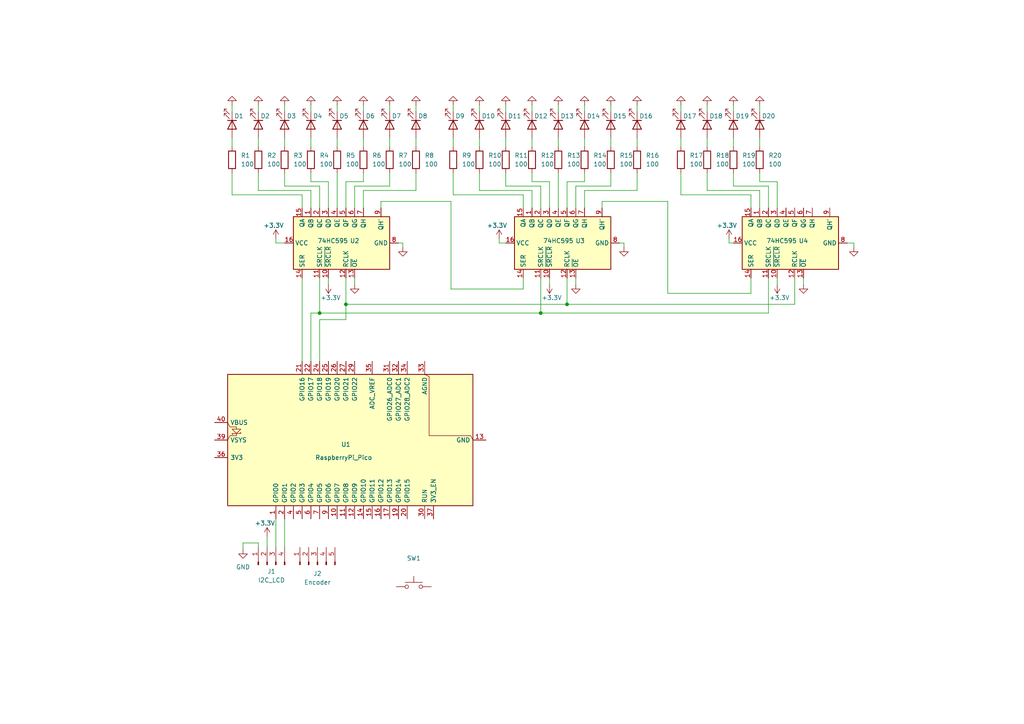
<source format=kicad_sch>
(kicad_sch (version 20230121) (generator eeschema)
  (paper "A4")
  (lib_symbols
    (symbol "74xx:74HC595"
      (property "Reference" "U" (at -7.62 13.97 0))
      (property "Value" "74HC595" (at -7.62 -16.51 0))
      (symbol "74HC595_1_0"
        (pin tri_state line (at 10.16 7.62 180) (length 2.54) (name "QB") (number "1"))
        (pin input line (at -10.16 2.54 0) (length 2.54) (name "~{SRCLR}") (number "10"))
        (pin input line (at -10.16 5.08 0) (length 2.54) (name "SRCLK") (number "11"))
        (pin input line (at -10.16 -2.54 0) (length 2.54) (name "RCLK") (number "12"))
        (pin input line (at -10.16 -5.08 0) (length 2.54) (name "~{OE}") (number "13"))
        (pin input line (at -10.16 10.16 0) (length 2.54) (name "SER") (number "14"))
        (pin tri_state line (at 10.16 10.16 180) (length 2.54) (name "QA") (number "15"))
        (pin power_in line (at 0 15.24 270) (length 2.54) (name "VCC") (number "16"))
        (pin tri_state line (at 10.16 5.08 180) (length 2.54) (name "QC") (number "2"))
        (pin tri_state line (at 10.16 2.54 180) (length 2.54) (name "QD") (number "3"))
        (pin tri_state line (at 10.16 0 180) (length 2.54) (name "QE") (number "4"))
        (pin tri_state line (at 10.16 -2.54 180) (length 2.54) (name "QF") (number "5"))
        (pin tri_state line (at 10.16 -5.08 180) (length 2.54) (name "QG") (number "6"))
        (pin tri_state line (at 10.16 -7.62 180) (length 2.54) (name "QH") (number "7"))
        (pin power_in line (at 0 -17.78 90) (length 2.54) (name "GND") (number "8"))
        (pin output line (at 10.16 -12.7 180) (length 2.54) (name "QH'") (number "9"))
      )
      (symbol "74HC595_1_1"
        (rectangle (start -7.62 12.7) (end 7.62 -15.24) (stroke (width 0.254)) (fill (type background)))
      )
    )
    (symbol "Connector:Conn_01x04_Pin" (pin_names (offset 1.016) hide)
      (property "Reference" "J" (at 0 5.08 0))
      (property "Value" "Conn_01x04_Pin" (at 0 -7.62 0))
      (symbol "Conn_01x04_Pin_1_1"
        (polyline (pts (xy 1.27 -5.08) (xy 0.8636 -5.08)) (stroke (width 0.1524)))
        (polyline (pts (xy 1.27 -2.54) (xy 0.8636 -2.54)) (stroke (width 0.1524)))
        (polyline (pts (xy 1.27 0) (xy 0.8636 0)) (stroke (width 0.1524)))
        (polyline (pts (xy 1.27 2.54) (xy 0.8636 2.54)) (stroke (width 0.1524)))
        (rectangle (start 0.8636 -4.953) (end 0 -5.207) (stroke (width 0.1524)) (fill (type outline)))
        (rectangle (start 0.8636 -2.413) (end 0 -2.667) (stroke (width 0.1524)) (fill (type outline)))
        (rectangle (start 0.8636 0.127) (end 0 -0.127) (stroke (width 0.1524)) (fill (type outline)))
        (rectangle (start 0.8636 2.667) (end 0 2.413) (stroke (width 0.1524)) (fill (type outline)))
        (pin passive line (at 5.08 2.54 180) (length 3.81) (name "Pin_1") (number "1"))
        (pin passive line (at 5.08 0 180) (length 3.81) (name "Pin_2") (number "2"))
        (pin passive line (at 5.08 -2.54 180) (length 3.81) (name "Pin_3") (number "3"))
        (pin passive line (at 5.08 -5.08 180) (length 3.81) (name "Pin_4") (number "4"))
      )
    )
    (symbol "Connector:Conn_01x05_Pin" (pin_names (offset 1.016) hide)
      (property "Reference" "J" (at 0 7.62 0))
      (property "Value" "Conn_01x05_Pin" (at 0 -7.62 0))
      (symbol "Conn_01x05_Pin_1_1"
        (polyline (pts (xy 1.27 -5.08) (xy 0.8636 -5.08)) (stroke (width 0.1524)))
        (polyline (pts (xy 1.27 -2.54) (xy 0.8636 -2.54)) (stroke (width 0.1524)))
        (polyline (pts (xy 1.27 0) (xy 0.8636 0)) (stroke (width 0.1524)))
        (polyline (pts (xy 1.27 2.54) (xy 0.8636 2.54)) (stroke (width 0.1524)))
        (polyline (pts (xy 1.27 5.08) (xy 0.8636 5.08)) (stroke (width 0.1524)))
        (rectangle (start 0.8636 -4.953) (end 0 -5.207) (stroke (width 0.1524)) (fill (type outline)))
        (rectangle (start 0.8636 -2.413) (end 0 -2.667) (stroke (width 0.1524)) (fill (type outline)))
        (rectangle (start 0.8636 0.127) (end 0 -0.127) (stroke (width 0.1524)) (fill (type outline)))
        (rectangle (start 0.8636 2.667) (end 0 2.413) (stroke (width 0.1524)) (fill (type outline)))
        (rectangle (start 0.8636 5.207) (end 0 4.953) (stroke (width 0.1524)) (fill (type outline)))
        (pin passive line (at 5.08 5.08 180) (length 3.81) (name "Pin_1") (number "1"))
        (pin passive line (at 5.08 2.54 180) (length 3.81) (name "Pin_2") (number "2"))
        (pin passive line (at 5.08 0 180) (length 3.81) (name "Pin_3") (number "3"))
        (pin passive line (at 5.08 -2.54 180) (length 3.81) (name "Pin_4") (number "4"))
        (pin passive line (at 5.08 -5.08 180) (length 3.81) (name "Pin_5") (number "5"))
      )
    )
    (symbol "Device:LED" (pin_numbers hide) (pin_names (offset 1.016) hide)
      (property "Reference" "D" (at 0 2.54 0))
      (property "Value" "LED" (at 0 -2.54 0))
      (symbol "LED_0_1"
        (polyline (pts (xy -1.27 -1.27) (xy -1.27 1.27)) (stroke (width 0.254)))
        (polyline (pts (xy -1.27 0) (xy 1.27 0)))
        (polyline (pts (xy 1.27 -1.27) (xy 1.27 1.27) (xy -1.27 0) (xy 1.27 -1.27)) (stroke (width 0.254)))
        (polyline (pts (xy -3.048 -0.762) (xy -4.572 -2.286) (xy -3.81 -2.286) (xy -4.572 -2.286) (xy -4.572 -1.524)))
        (polyline (pts (xy -1.778 -0.762) (xy -3.302 -2.286) (xy -2.54 -2.286) (xy -3.302 -2.286) (xy -3.302 -1.524)))
      )
      (symbol "LED_1_1"
        (pin passive line (at -3.81 0 0) (length 2.54) (name "K") (number "1"))
        (pin passive line (at 3.81 0 180) (length 2.54) (name "A") (number "2"))
      )
    )
    (symbol "Device:R" (pin_numbers hide) (pin_names (offset 0))
      (property "Reference" "R" (at 2.032 0 90))
      (property "Value" "R" (at 0 0 90))
      (symbol "R_0_1"
        (rectangle (start -1.016 -2.54) (end 1.016 2.54) (stroke (width 0.254)))
      )
      (symbol "R_1_1"
        (pin passive line (at 0 3.81 270) (length 1.27) (name "~") (number "1"))
        (pin passive line (at 0 -3.81 90) (length 1.27) (name "~") (number "2"))
      )
    )
    (symbol "Pico:RaspberryPi_Pico" (pin_names (offset 0.762))
      (property "Reference" "U" (at -19.05 38.1 0))
      (property "Value" "RaspberryPi_Pico" (at 7.62 38.1 0))
      (symbol "RaspberryPi_Pico_0_1"
        (rectangle (start -19.05 36.83) (end 19.05 -34.29) (stroke (width 0.254)) (fill (type background)))
        (polyline (pts (xy 0 36.83) (xy 1.27 36.195) (xy 1.27 34.29) (xy 1.905 34.29)))
        (polyline (pts (xy 1.905 34.29) (xy 3.175 35.56) (xy 3.175 33.02) (xy 1.905 34.29)))
        (polyline (pts (xy 5.08 36.83) (xy 3.81 36.195) (xy 3.81 34.29) (xy 3.175 34.29)))
        (polyline (pts (xy 0 -34.29) (xy 1.27 -33.655) (xy 1.27 -21.59) (xy 18.415 -21.59) (xy 19.05 -20.32)))
        (polyline (pts (xy 1.651 35.306) (xy 1.651 35.56) (xy 1.905 35.56) (xy 1.905 33.02) (xy 2.159 33.02) (xy 2.159 33.274)))
      )
      (symbol "RaspberryPi_Pico_1_1"
        (pin bidirectional line (at -22.86 22.86 0) (length 3.81) (name "GPIO0") (number "1"))
        (pin bidirectional line (at -22.86 5.08 0) (length 3.81) (name "GPIO7") (number "10"))
        (pin bidirectional line (at -22.86 2.54 0) (length 3.81) (name "GPIO8") (number "11"))
        (pin bidirectional line (at -22.86 0 0) (length 3.81) (name "GPIO9") (number "12"))
        (pin power_out line (at 0 -38.1 90) (length 3.81) (name "GND") (number "13"))
        (pin bidirectional line (at -22.86 -2.54 0) (length 3.81) (name "GPIO10") (number "14"))
        (pin bidirectional line (at -22.86 -5.08 0) (length 3.81) (name "GPIO11") (number "15"))
        (pin bidirectional line (at -22.86 -7.62 0) (length 3.81) (name "GPIO12") (number "16"))
        (pin bidirectional line (at -22.86 -10.16 0) (length 3.81) (name "GPIO13") (number "17"))
        (pin passive line (at 0 -38.1 90) (length 3.81) hide (name "GND") (number "18"))
        (pin bidirectional line (at -22.86 -12.7 0) (length 3.81) (name "GPIO14") (number "19"))
        (pin bidirectional line (at -22.86 20.32 0) (length 3.81) (name "GPIO1") (number "2"))
        (pin bidirectional line (at -22.86 -15.24 0) (length 3.81) (name "GPIO15") (number "20"))
        (pin bidirectional line (at 22.86 15.24 180) (length 3.81) (name "GPIO16") (number "21"))
        (pin bidirectional line (at 22.86 12.7 180) (length 3.81) (name "GPIO17") (number "22"))
        (pin passive line (at 0 -38.1 90) (length 3.81) hide (name "GND") (number "23"))
        (pin bidirectional line (at 22.86 10.16 180) (length 3.81) (name "GPIO18") (number "24"))
        (pin bidirectional line (at 22.86 7.62 180) (length 3.81) (name "GPIO19") (number "25"))
        (pin bidirectional line (at 22.86 5.08 180) (length 3.81) (name "GPIO20") (number "26"))
        (pin bidirectional line (at 22.86 2.54 180) (length 3.81) (name "GPIO21") (number "27"))
        (pin passive line (at 0 -38.1 90) (length 3.81) hide (name "GND") (number "28"))
        (pin bidirectional line (at 22.86 0 180) (length 3.81) (name "GPIO22") (number "29"))
        (pin passive line (at 0 -38.1 90) (length 3.81) hide (name "GND") (number "3"))
        (pin input line (at -22.86 -20.32 0) (length 3.81) (name "RUN") (number "30"))
        (pin bidirectional line (at 22.86 -10.16 180) (length 3.81) (name "GPIO26_ADC0") (number "31"))
        (pin bidirectional line (at 22.86 -12.7 180) (length 3.81) (name "GPIO27_ADC1") (number "32"))
        (pin power_in line (at 22.86 -20.32 180) (length 3.81) (name "AGND") (number "33"))
        (pin bidirectional line (at 22.86 -15.24 180) (length 3.81) (name "GPIO28_ADC2") (number "34"))
        (pin power_in line (at 22.86 -5.08 180) (length 3.81) (name "ADC_VREF") (number "35"))
        (pin power_out line (at -5.08 40.64 270) (length 3.81) (name "3V3") (number "36"))
        (pin input line (at -22.86 -22.86 0) (length 3.81) (name "3V3_EN") (number "37"))
        (pin passive line (at 0 -38.1 90) (length 3.81) hide (name "GND") (number "38"))
        (pin power_in line (at 0 40.64 270) (length 3.81) (name "VSYS") (number "39"))
        (pin bidirectional line (at -22.86 17.78 0) (length 3.81) (name "GPIO2") (number "4"))
        (pin power_out line (at 5.08 40.64 270) (length 3.81) (name "VBUS") (number "40"))
        (pin bidirectional line (at -22.86 15.24 0) (length 3.81) (name "GPIO3") (number "5"))
        (pin bidirectional line (at -22.86 12.7 0) (length 3.81) (name "GPIO4") (number "6"))
        (pin bidirectional line (at -22.86 10.16 0) (length 3.81) (name "GPIO5") (number "7"))
        (pin passive line (at 0 -38.1 90) (length 3.81) hide (name "GND") (number "8"))
        (pin bidirectional line (at -22.86 7.62 0) (length 3.81) (name "GPIO6") (number "9"))
      )
    )
    (symbol "Switch:SW_Push" (pin_numbers hide) (pin_names (offset 1.016) hide)
      (property "Reference" "SW" (at 1.27 2.54 0))
      (property "Value" "SW_Push" (at 0 -1.524 0))
      (symbol "SW_Push_0_1"
        (circle (center -2.032 0) (radius 0.508))
        (polyline (pts (xy 0 1.27) (xy 0 3.048)))
        (polyline (pts (xy 2.54 1.27) (xy -2.54 1.27)))
        (circle (center 2.032 0) (radius 0.508))
        (pin passive line (at -5.08 0 0) (length 2.54) (name "1") (number "1"))
        (pin passive line (at 5.08 0 180) (length 2.54) (name "2") (number "2"))
      )
    )
    (symbol "power:+3.3V" (power) (pin_names (offset 0))
      (property "Value" "+3.3V" (at 0 3.556 0))
      (symbol "+3.3V_0_1"
        (polyline (pts (xy -0.762 1.27) (xy 0 2.54)))
        (polyline (pts (xy 0 0) (xy 0 2.54)))
        (polyline (pts (xy 0 2.54) (xy 0.762 1.27)))
      )
      (symbol "+3.3V_1_1"
        (pin power_in line (at 0 0 90) (length 0) hide (name "+3.3V") (number "1"))
      )
    )
    (symbol "power:GND" (power) (pin_names (offset 0))
      (property "Value" "GND" (at 0 -3.81 0))
      (symbol "GND_0_1"
        (polyline (pts (xy 0 0) (xy 0 -1.27) (xy 1.27 -1.27) (xy 0 -2.54) (xy -1.27 -1.27) (xy 0 -1.27)))
      )
      (symbol "GND_1_1"
        (pin power_in line (at 0 0 270) (length 0) hide (name "GND") (number "1"))
      )
    )
  )
  (junction (at 100.33 88.265))
  (junction (at 164.465 88.265))
  (junction (at 92.71 90.805))
  (junction (at 156.845 90.805))
  (wire (pts (xy 225.425 80.645) (xy 225.425 82.55)))
  (wire (pts (xy 177.165 50.165) (xy 177.165 53.975)))
  (wire (pts (xy 113.03 50.165) (xy 113.03 53.975)))
  (wire (pts (xy 154.305 52.705) (xy 159.385 52.705)))
  (wire (pts (xy 205.105 40.005) (xy 205.105 42.545)))
  (wire (pts (xy 67.31 50.165) (xy 67.31 56.515)))
  (wire (pts (xy 184.785 50.165) (xy 184.785 55.245)))
  (wire (pts (xy 87.63 80.645) (xy 87.63 104.775)))
  (wire (pts (xy 90.17 104.775) (xy 90.17 90.805)))
  (wire (pts (xy 211.455 69.215) (xy 211.455 70.485)))
  (wire (pts (xy 95.25 80.645) (xy 95.25 82.55)))
  (wire (pts (xy 159.385 52.705) (xy 159.385 60.325)))
  (wire (pts (xy 197.485 50.165) (xy 197.485 56.515)))
  (wire (pts (xy 67.31 56.515) (xy 87.63 56.515)))
  (wire (pts (xy 177.165 53.975) (xy 167.005 53.975)))
  (wire (pts (xy 120.65 40.005) (xy 120.65 42.545)))
  (wire (pts (xy 92.71 53.975) (xy 92.71 60.325)))
  (wire (pts (xy 222.885 90.805) (xy 156.845 90.805)))
  (wire (pts (xy 154.305 40.005) (xy 154.305 42.545)))
  (wire (pts (xy 92.71 104.775) (xy 92.71 92.71)))
  (wire (pts (xy 169.545 30.48) (xy 169.545 32.385)))
  (wire (pts (xy 97.79 50.165) (xy 97.79 60.325)))
  (wire (pts (xy 220.345 50.165) (xy 220.345 52.705)))
  (wire (pts (xy 197.485 56.515) (xy 217.805 56.515)))
  (wire (pts (xy 205.105 55.245) (xy 220.345 55.245)))
  (wire (pts (xy 139.065 55.245) (xy 154.305 55.245)))
  (wire (pts (xy 184.785 30.48) (xy 184.785 32.385)))
  (wire (pts (xy 70.485 159.385) (xy 70.485 157.48)))
  (wire (pts (xy 139.065 40.005) (xy 139.065 42.545)))
  (wire (pts (xy 222.885 53.975) (xy 222.885 60.325)))
  (wire (pts (xy 92.71 92.71) (xy 100.33 92.71)))
  (wire (pts (xy 205.105 50.165) (xy 205.105 55.245)))
  (wire (pts (xy 212.725 30.48) (xy 212.725 32.385)))
  (wire (pts (xy 120.65 30.48) (xy 120.65 32.385)))
  (wire (pts (xy 120.65 55.245) (xy 105.41 55.245)))
  (wire (pts (xy 105.41 52.705) (xy 100.33 52.705)))
  (wire (pts (xy 92.71 90.805) (xy 156.845 90.805)))
  (wire (pts (xy 146.685 40.005) (xy 146.685 42.545)))
  (wire (pts (xy 100.33 92.71) (xy 100.33 88.265)))
  (wire (pts (xy 233.045 80.645) (xy 233.045 82.55)))
  (wire (pts (xy 82.55 40.005) (xy 82.55 42.545)))
  (wire (pts (xy 161.925 50.165) (xy 161.925 60.325)))
  (wire (pts (xy 102.87 80.645) (xy 102.87 82.55)))
  (wire (pts (xy 74.93 50.165) (xy 74.93 55.245)))
  (wire (pts (xy 212.725 40.005) (xy 212.725 42.545)))
  (wire (pts (xy 82.55 150.495) (xy 82.55 158.75)))
  (wire (pts (xy 74.93 157.48) (xy 74.93 158.75)))
  (wire (pts (xy 90.17 90.805) (xy 92.71 90.805)))
  (wire (pts (xy 92.71 80.645) (xy 92.71 90.805)))
  (wire (pts (xy 225.425 52.705) (xy 225.425 60.325)))
  (wire (pts (xy 184.785 40.005) (xy 184.785 42.545)))
  (wire (pts (xy 97.79 30.48) (xy 97.79 32.385)))
  (wire (pts (xy 70.485 157.48) (xy 74.93 157.48)))
  (wire (pts (xy 222.885 80.645) (xy 222.885 90.805)))
  (wire (pts (xy 156.845 53.975) (xy 156.845 60.325)))
  (wire (pts (xy 220.345 55.245) (xy 220.345 60.325)))
  (wire (pts (xy 167.005 80.645) (xy 167.005 82.55)))
  (wire (pts (xy 220.345 30.48) (xy 220.345 32.385)))
  (wire (pts (xy 87.63 56.515) (xy 87.63 60.325)))
  (wire (pts (xy 220.345 52.705) (xy 225.425 52.705)))
  (wire (pts (xy 90.17 55.245) (xy 90.17 60.325)))
  (wire (pts (xy 67.31 30.48) (xy 67.31 32.385)))
  (wire (pts (xy 164.465 88.265) (xy 164.465 80.645)))
  (wire (pts (xy 212.725 53.975) (xy 222.885 53.975)))
  (wire (pts (xy 130.81 58.42) (xy 130.81 83.82)))
  (wire (pts (xy 74.93 55.245) (xy 90.17 55.245)))
  (wire (pts (xy 177.165 40.005) (xy 177.165 42.545)))
  (wire (pts (xy 230.505 80.645) (xy 230.505 88.265)))
  (wire (pts (xy 130.81 83.82) (xy 151.765 83.82)))
  (wire (pts (xy 205.105 30.48) (xy 205.105 32.385)))
  (wire (pts (xy 100.33 80.645) (xy 100.33 88.265)))
  (wire (pts (xy 154.305 30.48) (xy 154.305 32.385)))
  (wire (pts (xy 154.305 50.165) (xy 154.305 52.705)))
  (wire (pts (xy 174.625 60.325) (xy 174.625 58.42)))
  (wire (pts (xy 197.485 40.005) (xy 197.485 42.545)))
  (wire (pts (xy 169.545 40.005) (xy 169.545 42.545)))
  (wire (pts (xy 113.03 40.005) (xy 113.03 42.545)))
  (wire (pts (xy 105.41 55.245) (xy 105.41 60.325)))
  (wire (pts (xy 212.725 50.165) (xy 212.725 53.975)))
  (wire (pts (xy 167.005 53.975) (xy 167.005 60.325)))
  (wire (pts (xy 161.925 40.005) (xy 161.925 42.545)))
  (wire (pts (xy 247.65 70.485) (xy 247.65 71.755)))
  (wire (pts (xy 110.49 60.325) (xy 110.49 58.42)))
  (wire (pts (xy 74.93 40.005) (xy 74.93 42.545)))
  (wire (pts (xy 105.41 40.005) (xy 105.41 42.545)))
  (wire (pts (xy 115.57 70.485) (xy 116.84 70.485)))
  (wire (pts (xy 113.03 53.975) (xy 102.87 53.975)))
  (wire (pts (xy 113.03 30.48) (xy 113.03 32.385)))
  (wire (pts (xy 80.01 69.215) (xy 80.01 70.485)))
  (wire (pts (xy 146.685 53.975) (xy 156.845 53.975)))
  (wire (pts (xy 245.745 70.485) (xy 247.65 70.485)))
  (wire (pts (xy 139.065 50.165) (xy 139.065 55.245)))
  (wire (pts (xy 174.625 58.42) (xy 193.675 58.42)))
  (wire (pts (xy 211.455 70.485) (xy 212.725 70.485)))
  (wire (pts (xy 156.845 90.805) (xy 156.845 80.645)))
  (wire (pts (xy 230.505 88.265) (xy 164.465 88.265)))
  (wire (pts (xy 154.305 55.245) (xy 154.305 60.325)))
  (wire (pts (xy 82.55 53.975) (xy 92.71 53.975)))
  (wire (pts (xy 164.465 52.705) (xy 164.465 60.325)))
  (wire (pts (xy 97.79 40.005) (xy 97.79 42.545)))
  (wire (pts (xy 146.685 50.165) (xy 146.685 53.975)))
  (wire (pts (xy 90.17 50.165) (xy 90.17 52.705)))
  (wire (pts (xy 217.805 85.09) (xy 217.805 80.645)))
  (wire (pts (xy 151.765 83.82) (xy 151.765 80.645)))
  (wire (pts (xy 161.925 30.48) (xy 161.925 32.385)))
  (wire (pts (xy 179.705 70.485) (xy 180.975 70.485)))
  (wire (pts (xy 90.17 52.705) (xy 95.25 52.705)))
  (wire (pts (xy 184.785 55.245) (xy 169.545 55.245)))
  (wire (pts (xy 77.47 155.575) (xy 77.47 158.75)))
  (wire (pts (xy 105.41 30.48) (xy 105.41 32.385)))
  (wire (pts (xy 144.78 69.215) (xy 144.78 70.485)))
  (wire (pts (xy 159.385 80.645) (xy 159.385 82.55)))
  (wire (pts (xy 131.445 30.48) (xy 131.445 32.385)))
  (wire (pts (xy 95.25 52.705) (xy 95.25 60.325)))
  (wire (pts (xy 197.485 30.48) (xy 197.485 32.385)))
  (wire (pts (xy 100.33 88.265) (xy 164.465 88.265)))
  (wire (pts (xy 144.78 70.485) (xy 146.685 70.485)))
  (wire (pts (xy 116.84 70.485) (xy 116.84 71.755)))
  (wire (pts (xy 193.675 85.09) (xy 217.805 85.09)))
  (wire (pts (xy 100.33 52.705) (xy 100.33 60.325)))
  (wire (pts (xy 180.975 70.485) (xy 180.975 71.755)))
  (wire (pts (xy 146.685 30.48) (xy 146.685 32.385)))
  (wire (pts (xy 80.01 150.495) (xy 80.01 158.75)))
  (wire (pts (xy 131.445 50.165) (xy 131.445 56.515)))
  (wire (pts (xy 193.675 58.42) (xy 193.675 85.09)))
  (wire (pts (xy 169.545 50.165) (xy 169.545 52.705)))
  (wire (pts (xy 177.165 30.48) (xy 177.165 32.385)))
  (wire (pts (xy 120.65 50.165) (xy 120.65 55.245)))
  (wire (pts (xy 217.805 56.515) (xy 217.805 60.325)))
  (wire (pts (xy 80.01 70.485) (xy 82.55 70.485)))
  (wire (pts (xy 139.065 30.48) (xy 139.065 32.385)))
  (wire (pts (xy 82.55 50.165) (xy 82.55 53.975)))
  (wire (pts (xy 102.87 53.975) (xy 102.87 60.325)))
  (wire (pts (xy 220.345 40.005) (xy 220.345 42.545)))
  (wire (pts (xy 131.445 40.005) (xy 131.445 42.545)))
  (wire (pts (xy 131.445 56.515) (xy 151.765 56.515)))
  (wire (pts (xy 90.17 40.005) (xy 90.17 42.545)))
  (wire (pts (xy 67.31 40.005) (xy 67.31 42.545)))
  (wire (pts (xy 82.55 30.48) (xy 82.55 32.385)))
  (wire (pts (xy 169.545 55.245) (xy 169.545 60.325)))
  (wire (pts (xy 105.41 50.165) (xy 105.41 52.705)))
  (wire (pts (xy 110.49 58.42) (xy 130.81 58.42)))
  (wire (pts (xy 74.93 30.48) (xy 74.93 32.385)))
  (wire (pts (xy 169.545 52.705) (xy 164.465 52.705)))
  (wire (pts (xy 90.17 30.48) (xy 90.17 32.385)))
  (wire (pts (xy 151.765 56.515) (xy 151.765 60.325)))
  (symbol (lib_id "Device:R") (at 154.305 46.355 0) (unit 1)
    (property "Reference" "R12" (at 156.845 45.085 0) (effects (justify left)))
    (property "Value" "100" (at 156.845 47.625 0) (effects (justify left)))
  )
  (symbol (lib_id "power:+3.3V") (at 144.78 69.215 0) (unit 1)
    (property "Reference" "#PWR027" (effects hide))
    (property "Value" "+3.3V" (at 144.145 65.405 0))
  )
  (symbol (lib_id "power:GND") (at 169.545 30.48 180) (unit 1)
    (property "Reference" "#PWR016" (effects hide))
    (property "Value" "GND" (effects hide))
  )
  (symbol (lib_id "Device:LED") (at 113.03 36.195 270) (unit 1)
    (property "Reference" "D7" (at 113.665 33.655 90) (effects (justify left)))
    (property "Value" "LED" (effects hide))
  )
  (symbol (lib_id "power:GND") (at 184.785 30.48 180) (unit 1)
    (property "Reference" "#PWR018" (effects hide))
    (property "Value" "GND" (effects hide))
  )
  (symbol (lib_id "power:+3.3V") (at 80.01 69.215 0) (unit 1)
    (property "Reference" "#PWR026" (effects hide))
    (property "Value" "+3.3V" (at 79.375 65.405 0))
  )
  (symbol (lib_id "Connector:Conn_01x04_Pin") (at 77.47 163.83 90) (unit 1)
    (property "Reference" "J1" (at 78.74 165.735 90))
    (property "Value" "I2C_LCD" (at 78.74 168.275 90))
  )
  (symbol (lib_id "74xx:74HC595") (at 97.79 70.485 90) (unit 1)
    (property "Reference" "U2" (at 102.87 69.85 90))
    (property "Value" "74HC595" (at 96.52 69.85 90))
    (property "Footprint" "Package_SO:SOIC-16_3.9x9.9mm_P1.27mm" (effects hide))
    (property "Datasheet" "http://www.ti.com/lit/ds/symlink/sn74hc595.pdf" (effects hide))
  )
  (symbol (lib_id "power:+3.3V") (at 211.455 69.215 0) (unit 1)
    (property "Reference" "#PWR028" (effects hide))
    (property "Value" "+3.3V" (at 210.82 65.405 0))
  )
  (symbol (lib_id "Device:LED") (at 74.93 36.195 270) (unit 1)
    (property "Reference" "D2" (at 75.565 33.655 90) (effects (justify left)))
    (property "Value" "LED" (effects hide))
  )
  (symbol (lib_id "power:GND") (at 197.485 30.48 180) (unit 1)
    (property "Reference" "#PWR019" (effects hide))
    (property "Value" "GND" (effects hide))
  )
  (symbol (lib_id "Device:LED") (at 105.41 36.195 270) (unit 1)
    (property "Reference" "D6" (at 106.045 33.655 90) (effects (justify left)))
    (property "Value" "LED" (effects hide))
  )
  (symbol (lib_id "Device:LED") (at 67.31 36.195 270) (unit 1)
    (property "Reference" "D1" (at 67.945 33.655 90) (effects (justify left)))
    (property "Value" "LED" (effects hide))
  )
  (symbol (lib_id "Device:LED") (at 212.725 36.195 270) (unit 1)
    (property "Reference" "D19" (at 213.36 33.655 90) (effects (justify left)))
    (property "Value" "LED" (effects hide))
  )
  (symbol (lib_id "power:+3.3V") (at 77.47 155.575 0) (unit 1)
    (property "Reference" "#PWR02" (effects hide))
    (property "Value" "+3.3V" (at 76.835 151.765 0))
  )
  (symbol (lib_id "Device:LED") (at 97.79 36.195 270) (unit 1)
    (property "Reference" "D5" (at 98.425 33.655 90) (effects (justify left)))
    (property "Value" "LED" (effects hide))
  )
  (symbol (lib_id "Device:R") (at 197.485 46.355 0) (unit 1)
    (property "Reference" "R17" (at 200.025 45.085 0) (effects (justify left)))
    (property "Value" "100" (at 200.025 47.625 0) (effects (justify left)))
  )
  (symbol (lib_id "Device:LED") (at 90.17 36.195 270) (unit 1)
    (property "Reference" "D4" (at 90.805 33.655 90) (effects (justify left)))
    (property "Value" "LED" (effects hide))
  )
  (symbol (lib_id "Device:R") (at 184.785 46.355 0) (unit 1)
    (property "Reference" "R16" (at 187.325 45.085 0) (effects (justify left)))
    (property "Value" "100" (at 187.325 47.625 0) (effects (justify left)))
  )
  (symbol (lib_id "power:GND") (at 177.165 30.48 180) (unit 1)
    (property "Reference" "#PWR017" (effects hide))
    (property "Value" "GND" (effects hide))
  )
  (symbol (lib_id "Device:R") (at 220.345 46.355 0) (unit 1)
    (property "Reference" "R20" (at 222.885 45.085 0) (effects (justify left)))
    (property "Value" "100" (at 222.885 47.625 0) (effects (justify left)))
  )
  (symbol (lib_id "Device:LED") (at 220.345 36.195 270) (unit 1)
    (property "Reference" "D20" (at 220.98 33.655 90) (effects (justify left)))
    (property "Value" "LED" (effects hide))
  )
  (symbol (lib_id "74xx:74HC595") (at 161.925 70.485 90) (unit 1)
    (property "Reference" "U3" (at 168.275 69.85 90))
    (property "Value" "74HC595" (at 161.925 69.85 90))
    (property "Footprint" "Package_SO:SOIC-16_3.9x9.9mm_P1.27mm" (effects hide))
    (property "Datasheet" "http://www.ti.com/lit/ds/symlink/sn74hc595.pdf" (effects hide))
  )
  (symbol (lib_id "Device:R") (at 97.79 46.355 0) (unit 1)
    (property "Reference" "R5" (at 100.33 45.085 0) (effects (justify left)))
    (property "Value" "100" (at 100.33 47.625 0) (effects (justify left)))
  )
  (symbol (lib_id "power:GND") (at 247.65 71.755 0) (unit 1)
    (property "Reference" "#PWR025" (effects hide))
    (property "Value" "GND" (effects hide))
  )
  (symbol (lib_id "Switch:SW_Push") (at 120.015 170.18 0) (unit 1)
    (property "Reference" "SW1" (at 120.015 161.925 0))
    (property "Value" "SW_Push" (effects hide))
    (property "Footprint" "Button_Switch_SMD:SW_MEC_5GSH9" (effects hide))
  )
  (symbol (lib_id "power:GND") (at 212.725 30.48 180) (unit 1)
    (property "Reference" "#PWR021" (effects hide))
    (property "Value" "GND" (effects hide))
  )
  (symbol (lib_id "power:GND") (at 105.41 30.48 180) (unit 1)
    (property "Reference" "#PWR08" (effects hide))
    (property "Value" "GND" (effects hide))
  )
  (symbol (lib_id "power:GND") (at 67.31 30.48 180) (unit 1)
    (property "Reference" "#PWR03" (effects hide))
    (property "Value" "GND" (effects hide))
  )
  (symbol (lib_id "Device:R") (at 169.545 46.355 0) (unit 1)
    (property "Reference" "R14" (at 172.085 45.085 0) (effects (justify left)))
    (property "Value" "100" (at 172.085 47.625 0) (effects (justify left)))
  )
  (symbol (lib_id "Device:LED") (at 169.545 36.195 270) (unit 1)
    (property "Reference" "D14" (at 170.18 33.655 90) (effects (justify left)))
    (property "Value" "LED" (effects hide))
  )
  (symbol (lib_id "Device:R") (at 146.685 46.355 0) (unit 1)
    (property "Reference" "R11" (at 149.225 45.085 0) (effects (justify left)))
    (property "Value" "100" (at 149.225 47.625 0) (effects (justify left)))
  )
  (symbol (lib_id "power:GND") (at 161.925 30.48 180) (unit 1)
    (property "Reference" "#PWR015" (effects hide))
    (property "Value" "GND" (effects hide))
  )
  (symbol (lib_id "Device:LED") (at 154.305 36.195 270) (unit 1)
    (property "Reference" "D12" (at 154.94 33.655 90) (effects (justify left)))
    (property "Value" "LED" (effects hide))
  )
  (symbol (lib_id "Device:R") (at 74.93 46.355 0) (unit 1)
    (property "Reference" "R2" (at 77.47 45.085 0) (effects (justify left)))
    (property "Value" "100" (at 77.47 47.625 0) (effects (justify left)))
  )
  (symbol (lib_id "power:GND") (at 74.93 30.48 180) (unit 1)
    (property "Reference" "#PWR04" (effects hide))
    (property "Value" "GND" (effects hide))
  )
  (symbol (lib_id "Device:LED") (at 82.55 36.195 270) (unit 1)
    (property "Reference" "D3" (at 83.185 33.655 90) (effects (justify left)))
    (property "Value" "LED" (effects hide))
  )
  (symbol (lib_id "Device:LED") (at 139.065 36.195 270) (unit 1)
    (property "Reference" "D10" (at 139.7 33.655 90) (effects (justify left)))
    (property "Value" "LED" (effects hide))
  )
  (symbol (lib_id "power:GND") (at 167.005 82.55 0) (unit 1)
    (property "Reference" "#PWR030" (effects hide))
    (property "Value" "GND" (effects hide))
  )
  (symbol (lib_id "Device:LED") (at 131.445 36.195 270) (unit 1)
    (property "Reference" "D9" (at 132.08 33.655 90) (effects (justify left)))
    (property "Value" "LED" (effects hide))
  )
  (symbol (lib_id "Device:LED") (at 205.105 36.195 270) (unit 1)
    (property "Reference" "D18" (at 205.74 33.655 90) (effects (justify left)))
    (property "Value" "LED" (effects hide))
  )
  (symbol (lib_id "power:+3.3V") (at 159.385 82.55 180) (unit 1)
    (property "Reference" "#PWR033" (effects hide))
    (property "Value" "+3.3V" (at 160.02 86.36 0))
  )
  (symbol (lib_id "74xx:74HC595") (at 227.965 70.485 90) (unit 1)
    (property "Reference" "U4" (at 233.045 69.85 90))
    (property "Value" "74HC595" (at 226.695 69.85 90))
    (property "Footprint" "Package_SO:SOIC-16_3.9x9.9mm_P1.27mm" (effects hide))
    (property "Datasheet" "http://www.ti.com/lit/ds/symlink/sn74hc595.pdf" (effects hide))
  )
  (symbol (lib_id "power:GND") (at 146.685 30.48 180) (unit 1)
    (property "Reference" "#PWR013" (effects hide))
    (property "Value" "GND" (effects hide))
  )
  (symbol (lib_id "power:GND") (at 220.345 30.48 180) (unit 1)
    (property "Reference" "#PWR022" (effects hide))
    (property "Value" "GND" (effects hide))
  )
  (symbol (lib_id "power:+3.3V") (at 225.425 82.55 180) (unit 1)
    (property "Reference" "#PWR034" (effects hide))
    (property "Value" "+3.3V" (at 226.06 86.36 0))
  )
  (symbol (lib_id "Pico:RaspberryPi_Pico") (at 102.87 127.635 90) (unit 1)
    (property "Reference" "U1" (at 100.33 128.905 90))
    (property "Value" "RaspberryPi_Pico" (at 99.695 132.715 90))
    (property "Footprint" "Module_RaspberryPi_Pico:RaspberryPi_Pico_Common" (effects hide))
    (property "Datasheet" "https://datasheets.raspberrypi.com/pico/pico-datasheet.pdf" (effects hide))
  )
  (symbol (lib_id "power:+3.3V") (at 95.25 82.55 180) (unit 1)
    (property "Reference" "#PWR032" (effects hide))
    (property "Value" "+3.3V" (at 95.885 86.36 0))
  )
  (symbol (lib_id "power:GND") (at 82.55 30.48 180) (unit 1)
    (property "Reference" "#PWR05" (effects hide))
    (property "Value" "GND" (effects hide))
  )
  (symbol (lib_id "power:GND") (at 102.87 82.55 0) (unit 1)
    (property "Reference" "#PWR029" (effects hide))
    (property "Value" "GND" (effects hide))
  )
  (symbol (lib_id "Device:LED") (at 161.925 36.195 270) (unit 1)
    (property "Reference" "D13" (at 162.56 33.655 90) (effects (justify left)))
    (property "Value" "LED" (effects hide))
  )
  (symbol (lib_id "Device:R") (at 67.31 46.355 0) (unit 1)
    (property "Reference" "R1" (at 69.85 45.085 0) (effects (justify left)))
    (property "Value" "100" (at 69.85 47.625 0) (effects (justify left)))
  )
  (symbol (lib_id "power:GND") (at 97.79 30.48 180) (unit 1)
    (property "Reference" "#PWR07" (effects hide))
    (property "Value" "GND" (effects hide))
  )
  (symbol (lib_id "power:GND") (at 70.485 159.385 0) (unit 1)
    (property "Reference" "#PWR01" (effects hide))
    (property "Value" "GND" (at 70.485 164.465 0))
  )
  (symbol (lib_id "Device:R") (at 212.725 46.355 0) (unit 1)
    (property "Reference" "R19" (at 215.265 45.085 0) (effects (justify left)))
    (property "Value" "100" (at 215.265 47.625 0) (effects (justify left)))
  )
  (symbol (lib_id "power:GND") (at 180.975 71.755 0) (unit 1)
    (property "Reference" "#PWR024" (effects hide))
    (property "Value" "GND" (effects hide))
  )
  (symbol (lib_id "power:GND") (at 154.305 30.48 180) (unit 1)
    (property "Reference" "#PWR014" (effects hide))
    (property "Value" "GND" (effects hide))
  )
  (symbol (lib_id "Device:R") (at 113.03 46.355 0) (unit 1)
    (property "Reference" "R7" (at 115.57 45.085 0) (effects (justify left)))
    (property "Value" "100" (at 115.57 47.625 0) (effects (justify left)))
  )
  (symbol (lib_id "Device:R") (at 205.105 46.355 0) (unit 1)
    (property "Reference" "R18" (at 207.645 45.085 0) (effects (justify left)))
    (property "Value" "100" (at 207.645 47.625 0) (effects (justify left)))
  )
  (symbol (lib_id "Device:LED") (at 146.685 36.195 270) (unit 1)
    (property "Reference" "D11" (at 147.32 33.655 90) (effects (justify left)))
    (property "Value" "LED" (effects hide))
  )
  (symbol (lib_id "power:GND") (at 113.03 30.48 180) (unit 1)
    (property "Reference" "#PWR09" (effects hide))
    (property "Value" "GND" (effects hide))
  )
  (symbol (lib_id "power:GND") (at 131.445 30.48 180) (unit 1)
    (property "Reference" "#PWR011" (effects hide))
    (property "Value" "GND" (effects hide))
  )
  (symbol (lib_id "Device:LED") (at 184.785 36.195 270) (unit 1)
    (property "Reference" "D16" (at 185.42 33.655 90) (effects (justify left)))
    (property "Value" "LED" (effects hide))
  )
  (symbol (lib_id "Device:LED") (at 197.485 36.195 270) (unit 1)
    (property "Reference" "D17" (at 198.12 33.655 90) (effects (justify left)))
    (property "Value" "LED" (effects hide))
  )
  (symbol (lib_id "Device:R") (at 82.55 46.355 0) (unit 1)
    (property "Reference" "R3" (at 85.09 45.085 0) (effects (justify left)))
    (property "Value" "100" (at 85.09 47.625 0) (effects (justify left)))
  )
  (symbol (lib_id "Connector:Conn_01x05_Pin") (at 92.075 163.83 90) (unit 1)
    (property "Reference" "J2" (at 92.075 166.37 90))
    (property "Value" "Encoder" (at 92.075 168.91 90))
  )
  (symbol (lib_id "power:GND") (at 116.84 71.755 0) (unit 1)
    (property "Reference" "#PWR023" (effects hide))
    (property "Value" "GND" (effects hide))
  )
  (symbol (lib_id "power:GND") (at 139.065 30.48 180) (unit 1)
    (property "Reference" "#PWR012" (effects hide))
    (property "Value" "GND" (effects hide))
  )
  (symbol (lib_id "Device:R") (at 90.17 46.355 0) (unit 1)
    (property "Reference" "R4" (at 92.71 45.085 0) (effects (justify left)))
    (property "Value" "100" (at 92.71 47.625 0) (effects (justify left)))
  )
  (symbol (lib_id "power:GND") (at 90.17 30.48 180) (unit 1)
    (property "Reference" "#PWR06" (effects hide))
    (property "Value" "GND" (effects hide))
  )
  (symbol (lib_id "Device:R") (at 120.65 46.355 0) (unit 1)
    (property "Reference" "R8" (at 123.19 45.085 0) (effects (justify left)))
    (property "Value" "100" (at 123.19 47.625 0) (effects (justify left)))
  )
  (symbol (lib_id "Device:R") (at 139.065 46.355 0) (unit 1)
    (property "Reference" "R10" (at 141.605 45.085 0) (effects (justify left)))
    (property "Value" "100" (at 141.605 47.625 0) (effects (justify left)))
  )
  (symbol (lib_id "power:GND") (at 205.105 30.48 180) (unit 1)
    (property "Reference" "#PWR020" (effects hide))
    (property "Value" "GND" (effects hide))
  )
  (symbol (lib_id "Device:LED") (at 120.65 36.195 270) (unit 1)
    (property "Reference" "D8" (at 121.285 33.655 90) (effects (justify left)))
    (property "Value" "LED" (effects hide))
  )
  (symbol (lib_id "Device:R") (at 131.445 46.355 0) (unit 1)
    (property "Reference" "R9" (at 133.985 45.085 0) (effects (justify left)))
    (property "Value" "100" (at 133.985 47.625 0) (effects (justify left)))
  )
  (symbol (lib_id "Device:R") (at 161.925 46.355 0) (unit 1)
    (property "Reference" "R13" (at 164.465 45.085 0) (effects (justify left)))
    (property "Value" "100" (at 164.465 47.625 0) (effects (justify left)))
  )
  (symbol (lib_id "power:GND") (at 233.045 82.55 0) (unit 1)
    (property "Reference" "#PWR031" (effects hide))
    (property "Value" "GND" (effects hide))
  )
  (symbol (lib_id "power:GND") (at 120.65 30.48 180) (unit 1)
    (property "Reference" "#PWR010" (effects hide))
    (property "Value" "GND" (effects hide))
  )
  (symbol (lib_id "Device:LED") (at 177.165 36.195 270) (unit 1)
    (property "Reference" "D15" (at 177.8 33.655 90) (effects (justify left)))
    (property "Value" "LED" (effects hide))
  )
  (symbol (lib_id "Device:R") (at 105.41 46.355 0) (unit 1)
    (property "Reference" "R6" (at 107.95 45.085 0) (effects (justify left)))
    (property "Value" "100" (at 107.95 47.625 0) (effects (justify left)))
  )
  (symbol (lib_id "Device:R") (at 177.165 46.355 0) (unit 1)
    (property "Reference" "R15" (at 179.705 45.085 0) (effects (justify left)))
    (property "Value" "100" (at 179.705 47.625 0) (effects (justify left)))
  )
)
</source>
